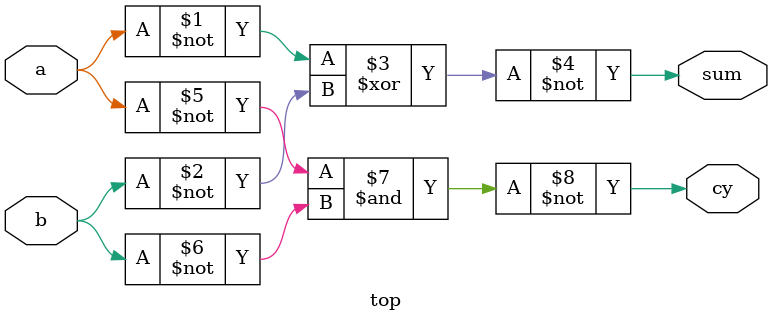
<source format=v>

`default_nettype none

/**
* This will calculate the sum of a and b.
*
* @warning Keep in mind that the buttons and LEDs on the 2057 (and 
* other boards) are low when pressed and high when released and the LEDs 
* are lit when the output signal from the FPGA low!
**************************************************************************/
module top (
    input wire      a,
    input wire      b,
    output wire     sum,
    output wire     cy 
    );

    assign sum = ~( ~a ^ ~b );
    assign  cy = ~( ~a & ~b );

endmodule

</source>
